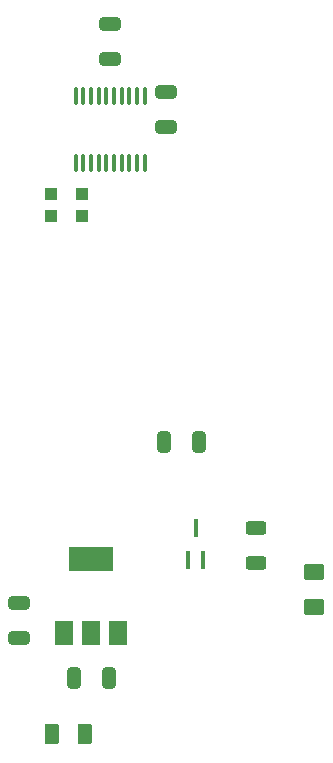
<source format=gbr>
%TF.GenerationSoftware,KiCad,Pcbnew,7.0.8-7.0.8~ubuntu20.04.1*%
%TF.CreationDate,2023-10-10T13:21:00+02:00*%
%TF.ProjectId,alarmclock,616c6172-6d63-46c6-9f63-6b2e6b696361,rev?*%
%TF.SameCoordinates,Original*%
%TF.FileFunction,Paste,Top*%
%TF.FilePolarity,Positive*%
%FSLAX46Y46*%
G04 Gerber Fmt 4.6, Leading zero omitted, Abs format (unit mm)*
G04 Created by KiCad (PCBNEW 7.0.8-7.0.8~ubuntu20.04.1) date 2023-10-10 13:21:00*
%MOMM*%
%LPD*%
G01*
G04 APERTURE LIST*
G04 Aperture macros list*
%AMRoundRect*
0 Rectangle with rounded corners*
0 $1 Rounding radius*
0 $2 $3 $4 $5 $6 $7 $8 $9 X,Y pos of 4 corners*
0 Add a 4 corners polygon primitive as box body*
4,1,4,$2,$3,$4,$5,$6,$7,$8,$9,$2,$3,0*
0 Add four circle primitives for the rounded corners*
1,1,$1+$1,$2,$3*
1,1,$1+$1,$4,$5*
1,1,$1+$1,$6,$7*
1,1,$1+$1,$8,$9*
0 Add four rect primitives between the rounded corners*
20,1,$1+$1,$2,$3,$4,$5,0*
20,1,$1+$1,$4,$5,$6,$7,0*
20,1,$1+$1,$6,$7,$8,$9,0*
20,1,$1+$1,$8,$9,$2,$3,0*%
G04 Aperture macros list end*
%ADD10R,0.990600X1.041400*%
%ADD11RoundRect,0.250000X0.650000X-0.325000X0.650000X0.325000X-0.650000X0.325000X-0.650000X-0.325000X0*%
%ADD12RoundRect,0.250000X-0.650000X0.325000X-0.650000X-0.325000X0.650000X-0.325000X0.650000X0.325000X0*%
%ADD13R,0.450000X1.500000*%
%ADD14R,1.500000X2.000000*%
%ADD15R,3.800000X2.000000*%
%ADD16RoundRect,0.250000X0.325000X0.650000X-0.325000X0.650000X-0.325000X-0.650000X0.325000X-0.650000X0*%
%ADD17RoundRect,0.250000X0.625000X-0.312500X0.625000X0.312500X-0.625000X0.312500X-0.625000X-0.312500X0*%
%ADD18RoundRect,0.250000X-0.375000X-0.625000X0.375000X-0.625000X0.375000X0.625000X-0.375000X0.625000X0*%
%ADD19RoundRect,0.250001X-0.624999X0.462499X-0.624999X-0.462499X0.624999X-0.462499X0.624999X0.462499X0*%
%ADD20RoundRect,0.100000X0.100000X-0.637500X0.100000X0.637500X-0.100000X0.637500X-0.100000X-0.637500X0*%
G04 APERTURE END LIST*
D10*
%TO.C,X2*%
X65980000Y-97790000D03*
X68580000Y-97790000D03*
X68580000Y-99639998D03*
X65980000Y-99639998D03*
%TD*%
D11*
%TO.C,C5*%
X75692000Y-92104000D03*
X75692000Y-89154000D03*
%TD*%
D12*
%TO.C,C11*%
X63210000Y-132395000D03*
X63210000Y-135345000D03*
%TD*%
D13*
%TO.C,Q1*%
X77560000Y-128705000D03*
X78860000Y-128705000D03*
X78210000Y-126045000D03*
%TD*%
D11*
%TO.C,C6*%
X70970000Y-86345000D03*
X70970000Y-83395000D03*
%TD*%
D14*
%TO.C,U4*%
X67020000Y-134935000D03*
X69320000Y-134935000D03*
D15*
X69320000Y-128635000D03*
D14*
X71620000Y-134935000D03*
%TD*%
D16*
%TO.C,C4*%
X78515000Y-118745000D03*
X75565000Y-118745000D03*
%TD*%
D17*
%TO.C,R1*%
X83290000Y-128970000D03*
X83290000Y-126045000D03*
%TD*%
D18*
%TO.C,F1*%
X66040000Y-143510000D03*
X68840000Y-143510000D03*
%TD*%
D16*
%TO.C,C10*%
X70830000Y-138745000D03*
X67880000Y-138745000D03*
%TD*%
D19*
%TO.C,D1*%
X88265000Y-129740000D03*
X88265000Y-132715000D03*
%TD*%
D20*
%TO.C,U1*%
X68045000Y-95147500D03*
X68695000Y-95147500D03*
X69345000Y-95147500D03*
X69995000Y-95147500D03*
X70645000Y-95147500D03*
X71295000Y-95147500D03*
X71945000Y-95147500D03*
X72595000Y-95147500D03*
X73245000Y-95147500D03*
X73895000Y-95147500D03*
X73895000Y-89422500D03*
X73245000Y-89422500D03*
X72595000Y-89422500D03*
X71945000Y-89422500D03*
X71295000Y-89422500D03*
X70645000Y-89422500D03*
X69995000Y-89422500D03*
X69345000Y-89422500D03*
X68695000Y-89422500D03*
X68045000Y-89422500D03*
%TD*%
M02*

</source>
